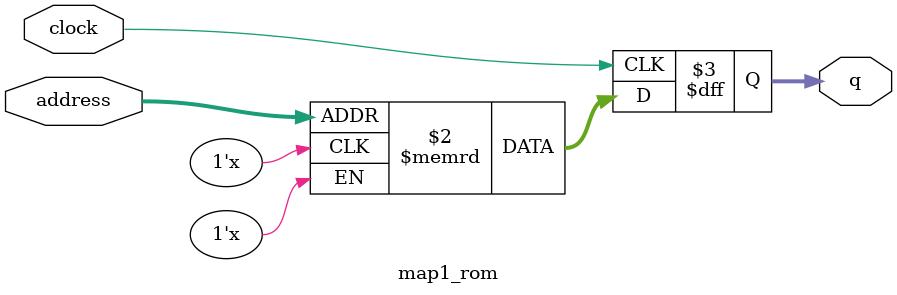
<source format=sv>
module map1_rom (
	input logic clock,
	input logic [16:0] address,
	output logic [3:0] q
);

logic [3:0] memory [0:119999] /* synthesis ram_init_file = "./map1/map1.COE" */;

always_ff @ (posedge clock) begin
	q <= memory[address];
end

endmodule

</source>
